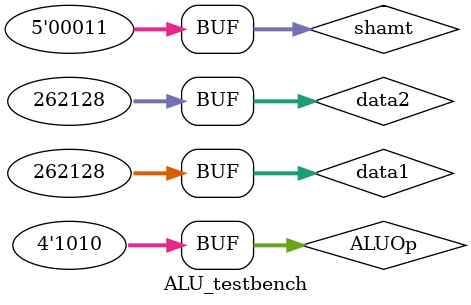
<source format=v>
module ALU_testbench();



reg [31:0] data1, data2;
reg [3:0] ALUOp;
reg [4:0] shamt;
wire [31:0] result;
wire zero;

ALU opeartionresult(data1, data2, ALUOp, shamt, result, zero);



initial begin

data1 = 32'b10000001010101010101111111001101; data2 = 32'b00000000000000111111111111110000; // ADD
ALUOp = 4'b0001; shamt = 5'b00000; #20;

data1 = 32'b10000001010101010101111111001101; data2 = 32'b00000000000000111111111111110000; // AND
ALUOp = 4'b0010; shamt = 5'b00000; #20;

data1 = 32'b10000001010101010101111111001101; data2 = 32'b00000000000000111111111111110000; // NOR
ALUOp = 4'b0011; shamt = 5'b00000; #20;

data1 = 32'b10000001010101010101111111001101; data2 = 32'b00000000000000111111111111110000; // OR
ALUOp = 4'b0100; shamt = 5'b00000; #20;

data1 = 32'b10000001010101010101111111001101; data2 = 32'b00000000000000111111111111110000; // SLL
ALUOp = 4'b0101; shamt = 5'b00010; #20;

data1 = 32'b10000001010101010101111111001101; data2 = 32'b00000000000000111111111111110000; // SRL
ALUOp = 4'b0110; shamt = 5'b00011; #20;

data1 = 32'b10000001010101010101111111001101; data2 = 32'b00000000000000111111111111110000; // SLT
ALUOp = 4'b0111; shamt = 5'b00011; #20;

data1 = 32'b10000001010101010101111111001101; data2 = 32'b00000000000000111111111111110000; // SLTU
ALUOp = 4'b1000; shamt = 5'b00011; #20;

data1 = 32'b10000001010101010101111111001101; data2 = 32'b00000000000000111111111111110000; // SUB
ALUOp = 4'b1001; shamt = 5'b00011; #20;

data1 = 32'b10000001010101010101111111001101; data2 = 32'b00000000000000111111111111110000; // SUBU
ALUOp = 4'b1010; shamt = 5'b00011; #20;

data1 = 32'b10000001010101010101111111001101; data2 = 32'b10000001010101010101111111001101; // SUB
ALUOp = 4'b1001; shamt = 5'b00011; #20;

data1 = 32'b00000000000000111111111111110000; data2 = 32'b00000000000000111111111111110000; // SUBU
ALUOp = 4'b1010; shamt = 5'b00011; #20;

end

initial begin
	$monitor("time = %2d\nALUOp = %4b\nshamt = %5b\ndata1 =  %32b\ndata2 =  %32b\nresult = %32b\nzero = %1b\n\n",
				$time, ALUOp, shamt, data1, data2, result, zero);
end


endmodule

</source>
